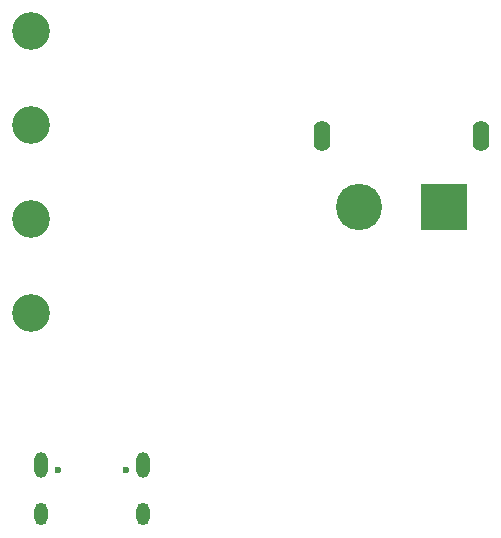
<source format=gbr>
%TF.GenerationSoftware,KiCad,Pcbnew,9.0.2*%
%TF.CreationDate,2025-11-06T19:37:58+13:00*%
%TF.ProjectId,Rob_Dev_Board,526f625f-4465-4765-9f42-6f6172642e6b,rev?*%
%TF.SameCoordinates,Original*%
%TF.FileFunction,Soldermask,Bot*%
%TF.FilePolarity,Negative*%
%FSLAX46Y46*%
G04 Gerber Fmt 4.6, Leading zero omitted, Abs format (unit mm)*
G04 Created by KiCad (PCBNEW 9.0.2) date 2025-11-06 19:37:58*
%MOMM*%
%LPD*%
G01*
G04 APERTURE LIST*
G04 Aperture macros list*
%AMRoundRect*
0 Rectangle with rounded corners*
0 $1 Rounding radius*
0 $2 $3 $4 $5 $6 $7 $8 $9 X,Y pos of 4 corners*
0 Add a 4 corners polygon primitive as box body*
4,1,4,$2,$3,$4,$5,$6,$7,$8,$9,$2,$3,0*
0 Add four circle primitives for the rounded corners*
1,1,$1+$1,$2,$3*
1,1,$1+$1,$4,$5*
1,1,$1+$1,$6,$7*
1,1,$1+$1,$8,$9*
0 Add four rect primitives between the rounded corners*
20,1,$1+$1,$2,$3,$4,$5,0*
20,1,$1+$1,$4,$5,$6,$7,0*
20,1,$1+$1,$6,$7,$8,$9,0*
20,1,$1+$1,$8,$9,$2,$3,0*%
G04 Aperture macros list end*
%ADD10C,3.200000*%
%ADD11C,0.600000*%
%ADD12O,1.104000X2.204000*%
%ADD13O,1.104000X1.904000*%
%ADD14RoundRect,0.102000X-1.858000X-1.858000X1.858000X-1.858000X1.858000X1.858000X-1.858000X1.858000X0*%
%ADD15C,3.920000*%
%ADD16O,1.404000X2.604000*%
G04 APERTURE END LIST*
D10*
%TO.C,H1*%
X54500000Y-40650000D03*
%TD*%
%TO.C,H2*%
X54500000Y-48600000D03*
%TD*%
D11*
%TO.C,J1*%
X56785000Y-77820000D03*
X62565000Y-77820000D03*
D12*
X55350000Y-77330000D03*
X64000000Y-77330000D03*
D13*
X55350000Y-81500000D03*
X64000000Y-81500000D03*
%TD*%
D10*
%TO.C,H4*%
X54500000Y-64500000D03*
%TD*%
D14*
%TO.C,J2*%
X89500000Y-55500000D03*
D15*
X82300000Y-55500000D03*
D16*
X92650000Y-49500000D03*
X79150000Y-49500000D03*
%TD*%
D10*
%TO.C,H3*%
X54500000Y-56550000D03*
%TD*%
M02*

</source>
